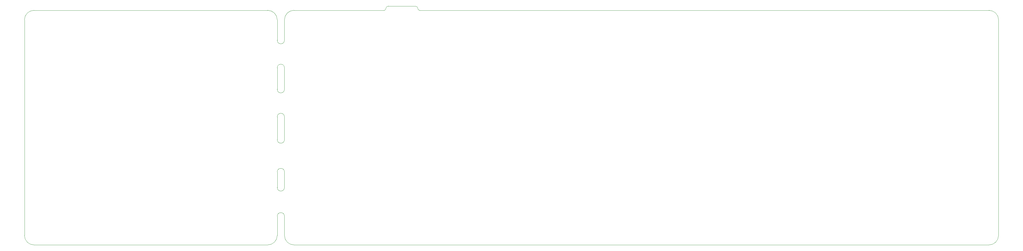
<source format=gbr>
G04 #@! TF.GenerationSoftware,KiCad,Pcbnew,(5.1.2-1)-1*
G04 #@! TF.CreationDate,2020-05-30T10:39:38-05:00*
G04 #@! TF.ProjectId,therick48.16SP,74686572-6963-46b3-9438-2e313653502e,rev?*
G04 #@! TF.SameCoordinates,Original*
G04 #@! TF.FileFunction,Profile,NP*
%FSLAX46Y46*%
G04 Gerber Fmt 4.6, Leading zero omitted, Abs format (unit mm)*
G04 Created by KiCad (PCBNEW (5.1.2-1)-1) date 2020-05-30 10:39:38*
%MOMM*%
%LPD*%
G04 APERTURE LIST*
%ADD10C,0.050000*%
G04 APERTURE END LIST*
D10*
X130719999Y-118180002D02*
X56619990Y-118180002D01*
X133759999Y-115140002D02*
X133759645Y-109059713D01*
X53579990Y-46740002D02*
X53579990Y-115140002D01*
X133759645Y-109059713D02*
G75*
G02X136039645Y-109059713I1140000J0D01*
G01*
X136039645Y-99939737D02*
G75*
G02X133759645Y-99939737I-1140000J0D01*
G01*
X133759645Y-94999750D02*
G75*
G02X136039645Y-94999750I1140000J0D01*
G01*
X136039645Y-84739777D02*
G75*
G02X133759645Y-84739777I-1140000J0D01*
G01*
X133759645Y-77519796D02*
G75*
G02X136039645Y-77519796I1140000J0D01*
G01*
X136039645Y-68779819D02*
G75*
G02X133759645Y-68779819I-1140000J0D01*
G01*
X133759999Y-61939837D02*
G75*
G02X136039999Y-61939837I1140000J0D01*
G01*
X136039645Y-53199860D02*
G75*
G02X133759645Y-53199860I-1140000J0D01*
G01*
X136039999Y-61939837D02*
X136039645Y-68779819D01*
X133759999Y-61939837D02*
X133759645Y-68779819D01*
X136039999Y-99939737D02*
X136039999Y-94999750D01*
X133759645Y-94999750D02*
X133759645Y-99939737D01*
X136039999Y-46740002D02*
X136039645Y-53199860D01*
X133759645Y-53199860D02*
X133759999Y-46740002D01*
X136039999Y-115140002D02*
X136039999Y-109059713D01*
X136039642Y-77519796D02*
X136039642Y-84739777D01*
X133759645Y-84739777D02*
X133759645Y-77519796D01*
X168200019Y-43146302D02*
X168200043Y-43181818D01*
X178357479Y-43181818D02*
X178357479Y-43146302D01*
X168200043Y-43181818D02*
G75*
G02X167681859Y-43700002I-518184J0D01*
G01*
X178875663Y-43700002D02*
G75*
G02X178357479Y-43181818I0J518184D01*
G01*
X168977259Y-42369062D02*
X177580239Y-42369062D01*
X168200019Y-43146302D02*
G75*
G02X168977259Y-42369062I777240J0D01*
G01*
X177580239Y-42369062D02*
G75*
G02X178357479Y-43146302I0J-777240D01*
G01*
X56619990Y-43700002D02*
X130719999Y-43700002D01*
X53579990Y-46740002D02*
G75*
G02X56619990Y-43700002I3040000J0D01*
G01*
X56619990Y-118180002D02*
G75*
G02X53579990Y-115140002I0J3040000D01*
G01*
X362519999Y-115140002D02*
G75*
G02X359479999Y-118180002I-3040000J0D01*
G01*
X359479999Y-43700002D02*
G75*
G02X362519999Y-46740002I0J-3040000D01*
G01*
X139079999Y-118180002D02*
G75*
G02X136039999Y-115140002I0J3040000D01*
G01*
X136039999Y-46738752D02*
G75*
G02X139079999Y-43698752I3040000J0D01*
G01*
X130719999Y-43700002D02*
G75*
G02X133759999Y-46740002I0J-3040000D01*
G01*
X133759999Y-115140002D02*
G75*
G02X130719999Y-118180002I-3040000J0D01*
G01*
X167681859Y-43700002D02*
X139079999Y-43698752D01*
X139079999Y-118180002D02*
X359479999Y-118180002D01*
X359479999Y-43701252D02*
X178875663Y-43700002D01*
X362519999Y-115140002D02*
X362519999Y-46740002D01*
M02*

</source>
